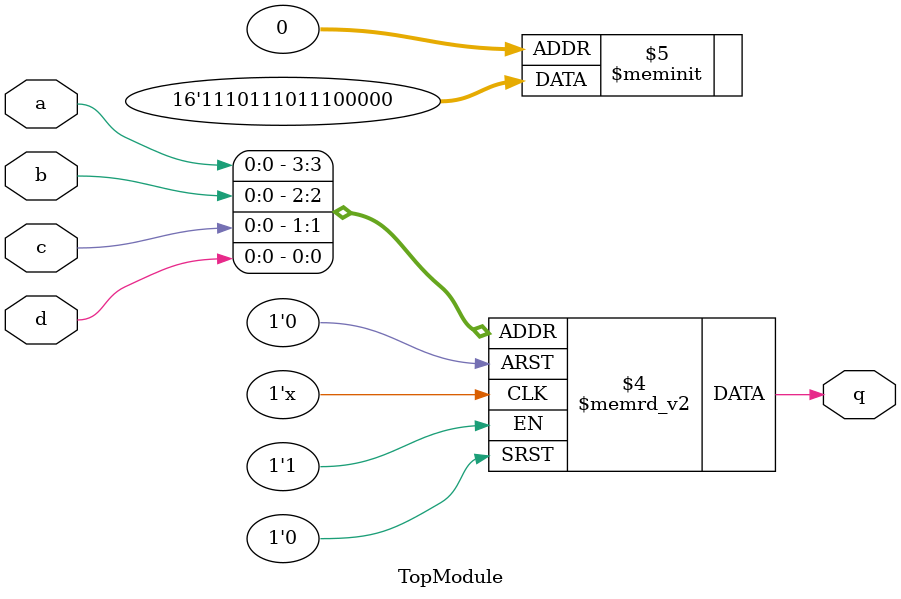
<source format=sv>
module TopModule(
    input logic a,
    input logic b,
    input logic c,
    input logic d,
    output logic q
);

    always @(*) begin
        case ({a, b, c, d})
            4'b0000: q = 1'b0;
            4'b0001: q = 1'b0;
            4'b0010: q = 1'b0;
            4'b0011: q = 1'b0;
            4'b0100: q = 1'b0;
            4'b0101: q = 1'b1;
            4'b0110: q = 1'b1;
            4'b0111: q = 1'b1;
            4'b1000: q = 1'b0;
            4'b1001: q = 1'b1;
            4'b1010: q = 1'b1;
            4'b1011: q = 1'b1;
            4'b1100: q = 1'b0;
            4'b1101: q = 1'b1;
            4'b1110: q = 1'b1;
            4'b1111: q = 1'b1;
            default: q = 1'b0;
        endcase
    end

endmodule
</source>
